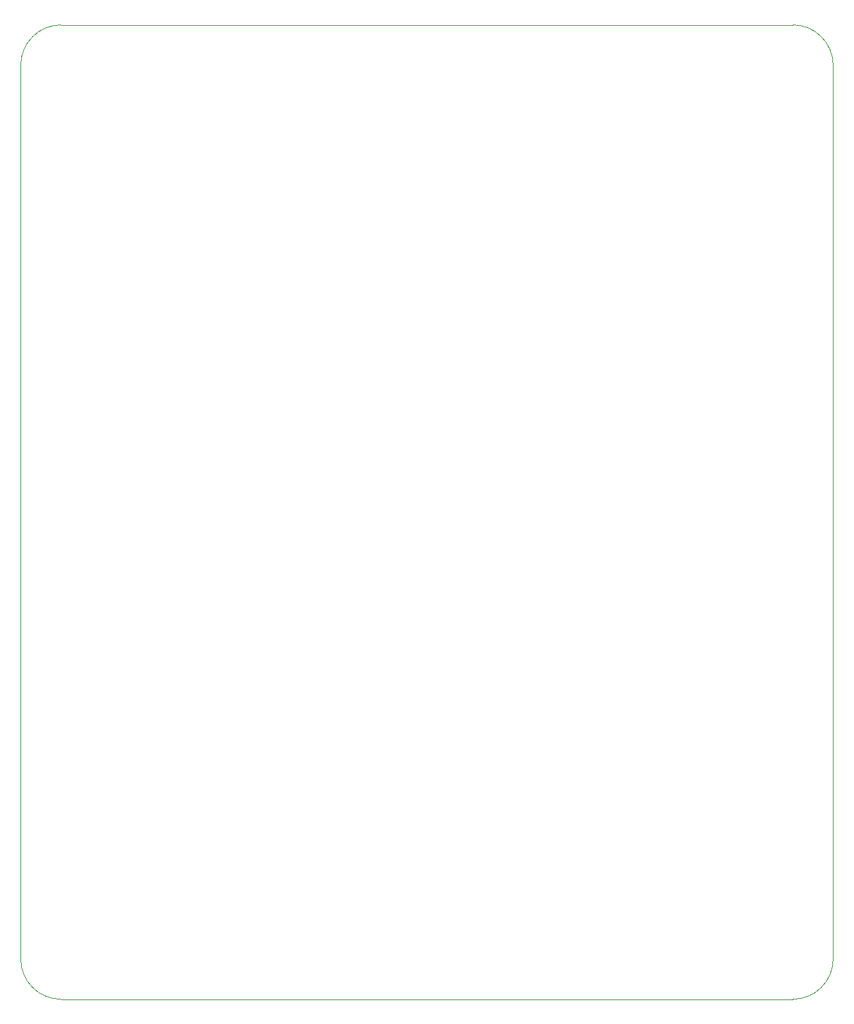
<source format=gbr>
%TF.GenerationSoftware,KiCad,Pcbnew,7.0.8*%
%TF.CreationDate,2023-10-31T22:13:39+02:00*%
%TF.ProjectId,Small_load_V1,536d616c-6c5f-46c6-9f61-645f56312e6b,rev?*%
%TF.SameCoordinates,Original*%
%TF.FileFunction,Profile,NP*%
%FSLAX46Y46*%
G04 Gerber Fmt 4.6, Leading zero omitted, Abs format (unit mm)*
G04 Created by KiCad (PCBNEW 7.0.8) date 2023-10-31 22:13:39*
%MOMM*%
%LPD*%
G01*
G04 APERTURE LIST*
%TA.AperFunction,Profile*%
%ADD10C,0.100000*%
%TD*%
G04 APERTURE END LIST*
D10*
X151000000Y-55000000D02*
G75*
G03*
X146000000Y-50000000I-5000000J0D01*
G01*
X50000000Y-55000000D02*
X50000000Y-166000000D01*
X50000000Y-166000000D02*
G75*
G03*
X55000000Y-171000000I5000000J0D01*
G01*
X146000000Y-171000000D02*
G75*
G03*
X151000000Y-166000000I0J5000000D01*
G01*
X55000000Y-50000000D02*
G75*
G03*
X50000000Y-55000000I0J-5000000D01*
G01*
X55000000Y-171000000D02*
X146000000Y-171000000D01*
X146000000Y-50000000D02*
X55000000Y-50000000D01*
X151000000Y-166000000D02*
X151000000Y-55000000D01*
M02*

</source>
